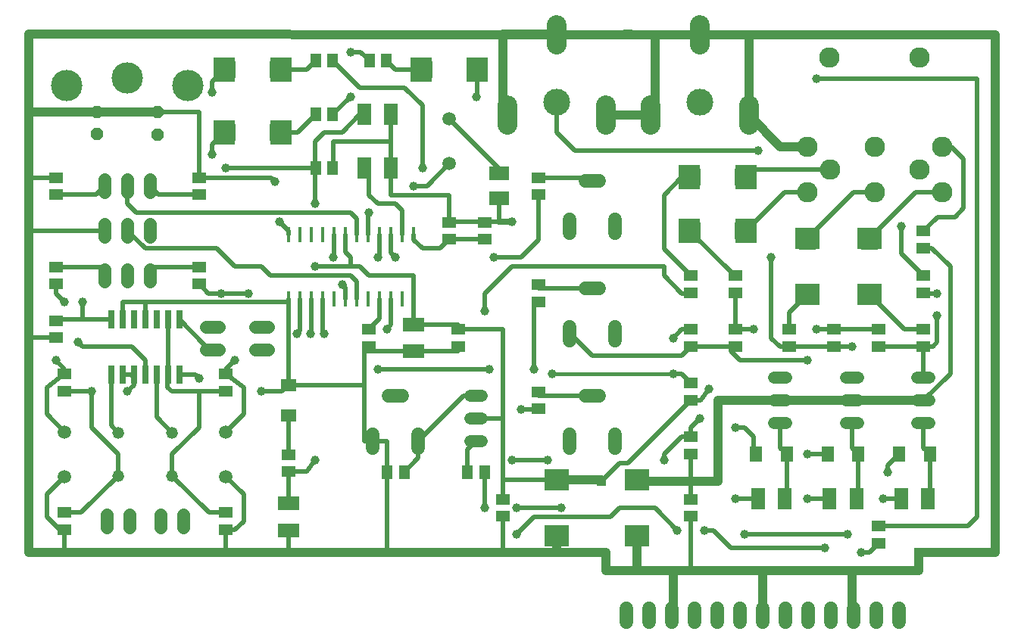
<source format=gtl>
G75*
%MOIN*%
%OFA0B0*%
%FSLAX25Y25*%
%IPPOS*%
%LPD*%
%AMOC8*
5,1,8,0,0,1.08239X$1,22.5*
%
%ADD10C,0.06000*%
%ADD11C,0.05200*%
%ADD12R,0.09449X0.11024*%
%ADD13R,0.05906X0.05118*%
%ADD14R,0.05512X0.07087*%
%ADD15R,0.07087X0.05512*%
%ADD16R,0.06299X0.09449*%
%ADD17R,0.09449X0.06299*%
%ADD18R,0.05118X0.05906*%
%ADD19R,0.11024X0.09449*%
%ADD20C,0.08661*%
%ADD21C,0.11811*%
%ADD22C,0.09000*%
%ADD23R,0.01772X0.07087*%
%ADD24C,0.05200*%
%ADD25C,0.05937*%
%ADD26R,0.02600X0.08000*%
%ADD27C,0.13780*%
%ADD28OC8,0.05600*%
%ADD29C,0.05600*%
%ADD30R,0.05000X0.05000*%
%ADD31R,0.07500X0.05000*%
%ADD32R,0.05000X0.07500*%
%ADD33R,0.08661X0.06299*%
%ADD34C,0.03937*%
%ADD35C,0.01969*%
%ADD36R,0.03962X0.03962*%
%ADD37C,0.03962*%
%ADD38C,0.02756*%
%ADD39C,0.01600*%
D10*
X0156854Y0090862D02*
X0156854Y0096862D01*
X0163854Y0113862D02*
X0169854Y0113862D01*
X0176854Y0096862D02*
X0176854Y0090862D01*
X0243469Y0090862D02*
X0243469Y0096862D01*
X0250469Y0113862D02*
X0256469Y0113862D01*
X0263469Y0096862D02*
X0263469Y0090862D01*
X0263469Y0138106D02*
X0263469Y0144106D01*
X0243469Y0144106D02*
X0243469Y0138106D01*
X0250469Y0161106D02*
X0256469Y0161106D01*
X0263469Y0185350D02*
X0263469Y0191350D01*
X0256469Y0208350D02*
X0250469Y0208350D01*
X0243469Y0191350D02*
X0243469Y0185350D01*
X0268272Y0020248D02*
X0268272Y0014248D01*
X0278272Y0014248D02*
X0278272Y0020248D01*
X0288272Y0020248D02*
X0288272Y0014248D01*
X0298272Y0014248D02*
X0298272Y0020248D01*
X0308272Y0020248D02*
X0308272Y0014248D01*
X0318272Y0014248D02*
X0318272Y0020248D01*
X0328272Y0020248D02*
X0328272Y0014248D01*
X0338272Y0014248D02*
X0338272Y0020248D01*
X0348272Y0020248D02*
X0348272Y0014248D01*
X0358272Y0014248D02*
X0358272Y0020248D01*
X0368272Y0020248D02*
X0368272Y0014248D01*
X0378272Y0014248D02*
X0378272Y0020248D01*
X0388272Y0020248D02*
X0388272Y0014248D01*
D11*
X0396538Y0101736D02*
X0401738Y0101736D01*
X0401738Y0111736D02*
X0396538Y0111736D01*
X0396538Y0121736D02*
X0401738Y0121736D01*
X0370242Y0121736D02*
X0365042Y0121736D01*
X0365042Y0111736D02*
X0370242Y0111736D01*
X0370242Y0101736D02*
X0365042Y0101736D01*
X0338746Y0101736D02*
X0333546Y0101736D01*
X0333546Y0111736D02*
X0338746Y0111736D01*
X0338746Y0121736D02*
X0333546Y0121736D01*
X0204887Y0113862D02*
X0199687Y0113862D01*
X0199687Y0103862D02*
X0204887Y0103862D01*
X0204887Y0093862D02*
X0199687Y0093862D01*
D12*
X0296185Y0186539D03*
X0320988Y0186539D03*
X0320988Y0210161D03*
X0296185Y0210161D03*
X0202878Y0257406D03*
X0178075Y0257406D03*
X0116264Y0257406D03*
X0091461Y0257406D03*
X0091461Y0229846D03*
X0116264Y0229846D03*
D13*
X0080240Y0209965D03*
X0080240Y0202484D03*
X0080240Y0170594D03*
X0080240Y0163114D03*
X0092051Y0123350D03*
X0092051Y0115870D03*
X0119610Y0087917D03*
X0119610Y0080437D03*
X0092051Y0062327D03*
X0092051Y0054846D03*
X0021185Y0054846D03*
X0021185Y0062327D03*
X0021185Y0115870D03*
X0021185Y0123350D03*
X0017248Y0139492D03*
X0017248Y0146972D03*
X0017248Y0163114D03*
X0017248Y0170594D03*
X0017248Y0202484D03*
X0017248Y0209965D03*
X0155043Y0143035D03*
X0155043Y0135555D03*
X0194413Y0135555D03*
X0194413Y0143035D03*
X0229846Y0155240D03*
X0229846Y0162720D03*
X0206224Y0182799D03*
X0206224Y0190280D03*
X0190476Y0190280D03*
X0190476Y0182799D03*
X0229846Y0202484D03*
X0229846Y0209965D03*
X0296776Y0166657D03*
X0296776Y0159177D03*
X0316461Y0159177D03*
X0316461Y0166657D03*
X0316461Y0143035D03*
X0316461Y0135555D03*
X0296776Y0135555D03*
X0296776Y0143035D03*
X0296776Y0119413D03*
X0296776Y0111933D03*
X0296776Y0095791D03*
X0296776Y0088311D03*
X0296776Y0068232D03*
X0296776Y0060752D03*
X0229846Y0107996D03*
X0229846Y0115476D03*
X0214098Y0068232D03*
X0214098Y0060752D03*
X0340083Y0135555D03*
X0340083Y0143035D03*
X0359768Y0143035D03*
X0359768Y0135555D03*
X0379453Y0135555D03*
X0379453Y0143035D03*
X0399138Y0143035D03*
X0399138Y0135555D03*
X0399138Y0159177D03*
X0399138Y0166657D03*
X0399138Y0178862D03*
X0399138Y0186343D03*
X0379453Y0056421D03*
X0379453Y0048941D03*
D14*
X0388508Y0088114D03*
X0401894Y0088114D03*
X0370398Y0088114D03*
X0357012Y0088114D03*
X0338902Y0088114D03*
X0325516Y0088114D03*
D15*
X0119610Y0105043D03*
X0119610Y0118429D03*
D16*
X0153075Y0214098D03*
X0164886Y0214098D03*
X0164886Y0237720D03*
X0153075Y0237720D03*
X0326303Y0068429D03*
X0338114Y0068429D03*
X0357799Y0068429D03*
X0369610Y0068429D03*
X0389295Y0068429D03*
X0401106Y0068429D03*
D17*
X0174728Y0133390D03*
X0174728Y0145201D03*
X0119610Y0066461D03*
X0119610Y0054650D03*
D18*
X0163114Y0080240D03*
X0170594Y0080240D03*
X0198547Y0080240D03*
X0206028Y0080240D03*
X0139098Y0214098D03*
X0131618Y0214098D03*
X0131618Y0237720D03*
X0139098Y0237720D03*
X0139098Y0261343D03*
X0131618Y0261343D03*
X0155240Y0261343D03*
X0162720Y0261343D03*
D19*
X0347957Y0183193D03*
X0375516Y0183193D03*
X0375516Y0158390D03*
X0347957Y0158390D03*
X0273154Y0076894D03*
X0273154Y0052091D03*
X0237720Y0052091D03*
X0237720Y0076894D03*
D20*
X0216067Y0233075D02*
X0216067Y0241736D01*
X0237720Y0268508D02*
X0237720Y0277169D01*
X0259374Y0241736D02*
X0259374Y0233075D01*
X0279059Y0233075D02*
X0279059Y0241736D01*
X0300713Y0268508D02*
X0300713Y0277169D01*
X0322366Y0241736D02*
X0322366Y0233075D01*
D21*
X0300713Y0243311D03*
X0237720Y0243311D03*
D22*
X0348193Y0223547D03*
X0357917Y0213587D03*
X0348193Y0203547D03*
X0377642Y0203508D03*
X0397287Y0213626D03*
X0407287Y0223547D03*
X0407287Y0203547D03*
X0377642Y0223508D03*
X0397287Y0262847D03*
X0357878Y0262847D03*
D23*
X0174728Y0184965D03*
X0169728Y0184965D03*
X0164728Y0184965D03*
X0159728Y0184965D03*
X0154728Y0184965D03*
X0149728Y0184965D03*
X0144728Y0184965D03*
X0139728Y0184965D03*
X0134728Y0184965D03*
X0129728Y0184965D03*
X0124728Y0184965D03*
X0119728Y0184965D03*
X0119728Y0156618D03*
X0124728Y0156618D03*
X0129728Y0156618D03*
X0134728Y0156618D03*
X0139728Y0156618D03*
X0144728Y0156618D03*
X0149728Y0156618D03*
X0154728Y0156618D03*
X0159728Y0156618D03*
X0164728Y0156618D03*
X0169728Y0156618D03*
X0174728Y0156618D03*
D24*
X0068429Y0097614D03*
X0044807Y0097614D03*
X0044807Y0078614D03*
X0068429Y0078614D03*
D25*
X0092051Y0078272D03*
X0092051Y0097957D03*
X0021185Y0097957D03*
X0021185Y0078272D03*
X0190476Y0216067D03*
X0190476Y0235752D03*
D26*
X0071618Y0147458D03*
X0066618Y0147458D03*
X0061618Y0147458D03*
X0056618Y0147458D03*
X0051618Y0147458D03*
X0046618Y0147458D03*
X0041618Y0147458D03*
X0041618Y0123258D03*
X0046618Y0123258D03*
X0051618Y0123258D03*
X0056618Y0123258D03*
X0061618Y0123258D03*
X0066618Y0123258D03*
X0071618Y0123258D03*
D27*
X0075516Y0250516D03*
X0048744Y0253665D03*
X0022169Y0250516D03*
D28*
X0035358Y0238705D03*
X0035358Y0229059D03*
X0062130Y0228862D03*
X0062130Y0238705D03*
D29*
X0058744Y0209024D02*
X0058744Y0203424D01*
X0048744Y0203424D02*
X0048744Y0209024D01*
X0038744Y0209024D02*
X0038744Y0203424D01*
X0038744Y0189339D02*
X0038744Y0183739D01*
X0048744Y0183739D02*
X0048744Y0189339D01*
X0058744Y0189339D02*
X0058744Y0183739D01*
X0058744Y0169654D02*
X0058744Y0164054D01*
X0048744Y0164054D02*
X0048744Y0169654D01*
X0038744Y0169654D02*
X0038744Y0164054D01*
X0083346Y0144295D02*
X0088946Y0144295D01*
X0088946Y0134295D02*
X0083346Y0134295D01*
X0104999Y0134295D02*
X0110599Y0134295D01*
X0110599Y0144295D02*
X0104999Y0144295D01*
X0073429Y0061387D02*
X0073429Y0055787D01*
X0063429Y0055787D02*
X0063429Y0061387D01*
X0049807Y0061387D02*
X0049807Y0055787D01*
X0039807Y0055787D02*
X0039807Y0061387D01*
D30*
X0119610Y0066461D03*
X0119610Y0054650D03*
X0174728Y0133390D03*
X0174728Y0145201D03*
X0164886Y0214098D03*
X0153075Y0214098D03*
X0153075Y0237720D03*
X0164886Y0237720D03*
X0180634Y0257406D03*
X0200319Y0257406D03*
X0113705Y0257406D03*
X0094020Y0257406D03*
X0094020Y0229846D03*
X0113705Y0229846D03*
X0298744Y0210161D03*
X0318429Y0210161D03*
X0318429Y0186539D03*
X0298744Y0186539D03*
X0347957Y0180634D03*
X0347957Y0160949D03*
X0375516Y0160949D03*
X0375516Y0180634D03*
X0273154Y0074335D03*
X0273154Y0054650D03*
X0237720Y0054650D03*
X0237720Y0074335D03*
X0326303Y0068429D03*
X0338114Y0068429D03*
X0357799Y0068429D03*
X0369610Y0068429D03*
X0389295Y0068429D03*
X0401106Y0068429D03*
D31*
X0273154Y0074335D03*
X0273154Y0054650D03*
X0237720Y0054650D03*
X0237720Y0074335D03*
X0174728Y0133390D03*
X0174728Y0145201D03*
X0119610Y0066461D03*
X0119610Y0054650D03*
X0347957Y0160949D03*
X0347957Y0180634D03*
X0375516Y0180634D03*
X0375516Y0160949D03*
D32*
X0318429Y0186539D03*
X0298744Y0186539D03*
X0298744Y0210161D03*
X0318429Y0210161D03*
X0200319Y0257406D03*
X0180634Y0257406D03*
X0164886Y0237720D03*
X0153075Y0237720D03*
X0153075Y0214098D03*
X0164886Y0214098D03*
X0113705Y0229846D03*
X0094020Y0229846D03*
X0094020Y0257406D03*
X0113705Y0257406D03*
X0326303Y0068429D03*
X0338114Y0068429D03*
X0357799Y0068429D03*
X0369610Y0068429D03*
X0389295Y0068429D03*
X0401106Y0068429D03*
D33*
X0212327Y0200909D03*
X0212327Y0211933D03*
D34*
X0005437Y0111736D02*
X0005437Y0044807D01*
X0021185Y0044807D01*
X0092051Y0044807D01*
X0111736Y0044807D01*
X0119610Y0044807D01*
X0162917Y0044807D01*
X0214098Y0044807D01*
X0225909Y0044807D01*
X0237720Y0044807D01*
X0237720Y0052091D01*
X0237720Y0044807D02*
X0259374Y0044807D01*
X0259374Y0036933D01*
X0273154Y0036933D01*
X0273154Y0052091D01*
X0273154Y0036933D02*
X0288902Y0036933D01*
X0296776Y0036933D01*
X0328272Y0036933D01*
X0367642Y0036933D01*
X0397169Y0036933D01*
X0397169Y0044807D01*
X0430634Y0044807D01*
X0430634Y0158980D01*
X0430634Y0272839D01*
X0322366Y0272839D01*
X0322366Y0237406D01*
X0336224Y0223547D01*
X0348193Y0223547D01*
X0281028Y0237406D02*
X0281028Y0272839D01*
X0237720Y0272839D01*
X0237720Y0273154D01*
X0214098Y0273154D01*
X0214098Y0237720D01*
X0259374Y0237406D02*
X0279059Y0237406D01*
X0281028Y0237406D01*
X0281028Y0272839D02*
X0300713Y0272839D01*
X0322366Y0272839D01*
X0237720Y0272839D02*
X0005437Y0273154D01*
X0005437Y0238705D01*
X0005437Y0209965D01*
X0005437Y0186539D01*
X0005437Y0158980D01*
X0005437Y0139295D01*
X0005437Y0111736D01*
X0139098Y0214098D02*
X0139295Y0214098D01*
X0062130Y0238705D02*
X0035358Y0238705D01*
X0005437Y0238705D01*
X0162917Y0080240D02*
X0163114Y0080240D01*
X0237720Y0076894D02*
X0257406Y0076894D01*
X0257406Y0076303D01*
X0273154Y0076303D02*
X0275122Y0076303D01*
X0284965Y0076303D01*
X0296776Y0076303D01*
X0308587Y0076303D01*
X0308587Y0111736D01*
X0336146Y0111736D01*
X0367642Y0111736D01*
X0399138Y0111736D01*
X0367642Y0036933D02*
X0367642Y0017248D01*
X0368272Y0017248D01*
X0328272Y0017248D02*
X0328272Y0036933D01*
X0288902Y0036933D02*
X0288902Y0017248D01*
X0288272Y0017248D01*
D35*
X0296776Y0036933D02*
X0296776Y0060752D01*
X0302681Y0054650D02*
X0306618Y0054650D01*
X0314492Y0046776D01*
X0355831Y0046776D01*
X0365673Y0052681D02*
X0320398Y0052681D01*
X0316461Y0068429D02*
X0326303Y0068429D01*
X0338114Y0068429D02*
X0338902Y0069217D01*
X0338902Y0088114D01*
X0336146Y0090870D01*
X0336146Y0101736D01*
X0324335Y0095988D02*
X0320398Y0099925D01*
X0316461Y0099925D01*
X0324335Y0095988D02*
X0324335Y0089295D01*
X0325516Y0088114D01*
X0347957Y0088114D02*
X0357012Y0088114D01*
X0367642Y0090870D02*
X0370398Y0088114D01*
X0370398Y0069217D01*
X0369610Y0068429D01*
X0357799Y0068429D02*
X0347957Y0068429D01*
X0367642Y0090870D02*
X0367642Y0101736D01*
X0383390Y0082996D02*
X0388508Y0088114D01*
X0383390Y0082996D02*
X0383390Y0080240D01*
X0381421Y0068429D02*
X0389295Y0068429D01*
X0401106Y0068429D02*
X0401894Y0069217D01*
X0401894Y0088114D01*
X0399138Y0090870D01*
X0399138Y0101736D01*
X0399138Y0111736D02*
X0410949Y0123547D01*
X0410949Y0170791D01*
X0402878Y0178862D01*
X0399138Y0178862D01*
X0399335Y0178665D01*
X0389295Y0176500D02*
X0389295Y0188508D01*
X0399138Y0186343D02*
X0405240Y0192445D01*
X0412917Y0192445D01*
X0416854Y0196382D01*
X0416854Y0218035D01*
X0411343Y0223547D01*
X0407287Y0223547D01*
X0407287Y0203547D02*
X0395870Y0203547D01*
X0375516Y0183193D01*
X0389295Y0176500D02*
X0399138Y0166657D01*
X0399138Y0159177D02*
X0399335Y0158980D01*
X0405043Y0158980D01*
X0405043Y0149138D02*
X0405043Y0137327D01*
X0403272Y0135555D01*
X0399138Y0135555D01*
X0399138Y0121736D01*
X0399138Y0135555D02*
X0379453Y0135555D01*
X0379453Y0143035D02*
X0359768Y0143035D01*
X0359571Y0143232D01*
X0351894Y0143232D01*
X0359768Y0135555D02*
X0340083Y0135555D01*
X0335949Y0135555D01*
X0332209Y0139295D01*
X0332209Y0174728D01*
X0347957Y0183193D02*
X0368272Y0203508D01*
X0377642Y0203508D01*
X0357917Y0213587D02*
X0324413Y0213587D01*
X0320988Y0210161D01*
X0326303Y0221972D02*
X0245594Y0221972D01*
X0237720Y0229846D01*
X0237720Y0243311D01*
X0216067Y0237406D02*
X0214098Y0237406D01*
X0202878Y0246185D02*
X0202878Y0257406D01*
X0202878Y0246185D02*
X0202287Y0245594D01*
X0190476Y0235752D02*
X0212327Y0213902D01*
X0212327Y0211933D01*
X0212327Y0200909D02*
X0212327Y0190476D01*
X0190476Y0190476D01*
X0190476Y0202287D01*
X0164886Y0202287D01*
X0164886Y0214098D01*
X0164886Y0225909D01*
X0139295Y0225909D01*
X0139295Y0214098D01*
X0131618Y0214098D02*
X0131421Y0213902D01*
X0131421Y0198350D01*
X0147169Y0194413D02*
X0149728Y0191854D01*
X0149728Y0184965D01*
X0144728Y0184965D02*
X0144728Y0177169D01*
X0147169Y0174728D01*
X0147169Y0170791D01*
X0151106Y0170791D01*
X0155043Y0166854D01*
X0174728Y0166854D01*
X0174728Y0156618D01*
X0174728Y0145201D01*
X0194413Y0145201D01*
X0194413Y0143035D01*
X0214098Y0143035D01*
X0214098Y0103862D01*
X0214098Y0076894D01*
X0214098Y0068232D01*
X0220004Y0064492D02*
X0239689Y0064492D01*
X0227878Y0060555D02*
X0261343Y0060555D01*
X0265280Y0064492D01*
X0281028Y0064492D01*
X0290870Y0054650D01*
X0296776Y0068232D02*
X0296776Y0076303D01*
X0296776Y0088311D01*
X0296776Y0095791D02*
X0296579Y0095988D01*
X0292839Y0095988D01*
X0284965Y0088114D01*
X0284965Y0085358D01*
X0273154Y0088114D02*
X0269217Y0084177D01*
X0265280Y0084177D01*
X0257406Y0076303D01*
X0273154Y0088114D02*
X0273154Y0088311D01*
X0296776Y0111933D01*
X0300909Y0111933D01*
X0304650Y0116854D01*
X0296776Y0119413D02*
X0292642Y0123547D01*
X0288902Y0123547D01*
X0292642Y0131421D02*
X0253469Y0131421D01*
X0243783Y0141106D01*
X0243469Y0141106D01*
X0229846Y0155240D02*
X0227878Y0153272D01*
X0227878Y0125516D01*
X0229846Y0115476D02*
X0229846Y0113862D01*
X0253469Y0113862D01*
X0229846Y0107996D02*
X0229650Y0107799D01*
X0221972Y0107799D01*
X0214098Y0103862D02*
X0202287Y0103862D01*
X0202287Y0093862D02*
X0198547Y0090122D01*
X0198547Y0080240D01*
X0206028Y0080240D02*
X0206224Y0080043D01*
X0206224Y0064492D01*
X0214098Y0060752D02*
X0214098Y0044807D01*
X0220004Y0052681D02*
X0227878Y0060555D01*
X0237720Y0076894D02*
X0214098Y0076894D01*
X0218035Y0085358D02*
X0233783Y0085358D01*
X0202287Y0113862D02*
X0196854Y0113862D01*
X0176854Y0093862D01*
X0176854Y0086500D01*
X0170594Y0080240D01*
X0163114Y0080240D02*
X0163114Y0093862D01*
X0156854Y0093862D01*
X0152917Y0093862D01*
X0152917Y0118429D01*
X0119610Y0118429D01*
X0116854Y0115673D01*
X0107799Y0115673D01*
X0099925Y0117642D02*
X0092051Y0123350D01*
X0092051Y0125516D01*
X0095988Y0129453D01*
X0092248Y0123547D02*
X0092051Y0123350D01*
X0099925Y0117642D02*
X0099925Y0105831D01*
X0092051Y0097957D01*
X0080240Y0099925D02*
X0080240Y0115870D01*
X0068232Y0115870D01*
X0066461Y0117642D01*
X0066461Y0123101D01*
X0066618Y0123258D01*
X0066618Y0147458D01*
X0071618Y0147458D02*
X0082813Y0136264D01*
X0086146Y0134295D01*
X0078561Y0123258D02*
X0071618Y0123258D01*
X0078561Y0123258D02*
X0080240Y0121579D01*
X0080240Y0115870D02*
X0092051Y0115870D01*
X0080240Y0099925D02*
X0068429Y0088114D01*
X0068429Y0078614D01*
X0084717Y0062327D01*
X0092051Y0062327D01*
X0096185Y0054846D02*
X0099925Y0058587D01*
X0099925Y0070398D01*
X0092051Y0078272D01*
X0119610Y0080437D02*
X0119610Y0066461D01*
X0119610Y0054650D02*
X0119610Y0044807D01*
X0096185Y0054846D02*
X0092051Y0054846D01*
X0092051Y0044807D01*
X0044807Y0078614D02*
X0044807Y0088114D01*
X0032996Y0099925D01*
X0032996Y0115870D01*
X0021185Y0115870D01*
X0021185Y0123350D02*
X0013311Y0117642D01*
X0013311Y0105831D01*
X0021185Y0097957D01*
X0041618Y0100803D02*
X0044807Y0097614D01*
X0041618Y0100803D02*
X0041618Y0123258D01*
X0046618Y0123258D02*
X0046776Y0123101D01*
X0046618Y0123258D02*
X0051618Y0123258D01*
X0051618Y0118547D01*
X0048744Y0115673D01*
X0050713Y0122353D02*
X0051618Y0123258D01*
X0056618Y0123258D02*
X0056618Y0129453D01*
X0050713Y0135358D01*
X0029059Y0135358D01*
X0027091Y0137327D01*
X0017248Y0139492D02*
X0005634Y0139492D01*
X0005437Y0139295D01*
X0005437Y0139492D01*
X0017248Y0146972D02*
X0017734Y0147458D01*
X0029059Y0147458D01*
X0029059Y0155043D01*
X0021185Y0155043D02*
X0017248Y0158980D01*
X0017248Y0163114D01*
X0017248Y0170594D02*
X0038744Y0170594D01*
X0038744Y0166854D01*
X0046618Y0155043D02*
X0046618Y0147458D01*
X0041618Y0147458D02*
X0029059Y0147458D01*
X0046618Y0155043D02*
X0056618Y0155043D01*
X0056618Y0147458D01*
X0056618Y0155043D02*
X0119610Y0155043D01*
X0119610Y0118429D01*
X0119610Y0105043D02*
X0119610Y0087917D01*
X0119610Y0080437D02*
X0127681Y0080437D01*
X0131421Y0085358D01*
X0162917Y0080240D02*
X0162917Y0044807D01*
X0068429Y0097614D02*
X0061618Y0104425D01*
X0061618Y0123258D01*
X0021185Y0123350D02*
X0021185Y0125516D01*
X0017248Y0129453D01*
X0021185Y0123547D02*
X0021185Y0123350D01*
X0058744Y0166854D02*
X0058744Y0170594D01*
X0080240Y0170594D01*
X0088114Y0178665D02*
X0095988Y0170791D01*
X0107799Y0170791D01*
X0111736Y0166854D01*
X0147169Y0166854D01*
X0149728Y0164295D01*
X0149728Y0156618D01*
X0144728Y0156618D02*
X0144728Y0161421D01*
X0143232Y0162917D01*
X0134728Y0156618D02*
X0134728Y0141894D01*
X0135358Y0141264D01*
X0129728Y0141539D02*
X0129728Y0156618D01*
X0124728Y0156618D02*
X0124728Y0142445D01*
X0123547Y0141264D01*
X0129453Y0141264D02*
X0129728Y0141539D01*
X0119610Y0155043D02*
X0119610Y0156618D01*
X0119728Y0156618D01*
X0101894Y0158980D02*
X0090083Y0158980D01*
X0084374Y0158980D01*
X0080240Y0163114D01*
X0088114Y0178665D02*
X0056618Y0178665D01*
X0048744Y0186539D01*
X0052681Y0194413D02*
X0147169Y0194413D01*
X0154728Y0194098D02*
X0154728Y0184965D01*
X0159728Y0184965D02*
X0159728Y0175476D01*
X0158980Y0174728D01*
X0164728Y0176854D02*
X0164728Y0184965D01*
X0169728Y0184965D02*
X0169728Y0195476D01*
X0166854Y0198350D01*
X0158980Y0198350D01*
X0155043Y0202287D01*
X0155043Y0212130D01*
X0153075Y0214098D01*
X0164886Y0225909D02*
X0164886Y0237720D01*
X0153075Y0237720D02*
X0151106Y0237720D01*
X0143232Y0229846D01*
X0135358Y0229846D01*
X0131421Y0225909D01*
X0131421Y0214295D01*
X0131618Y0214098D01*
X0092051Y0214098D01*
X0086146Y0220004D02*
X0086146Y0224531D01*
X0091461Y0229846D01*
X0080240Y0238705D02*
X0080240Y0209965D01*
X0111933Y0209965D01*
X0113705Y0208193D01*
X0115673Y0190476D02*
X0119728Y0186421D01*
X0119728Y0184965D01*
X0139295Y0174728D02*
X0139728Y0175161D01*
X0139728Y0184965D01*
X0154728Y0194098D02*
X0155043Y0194413D01*
X0174728Y0184965D02*
X0174728Y0182602D01*
X0178665Y0178665D01*
X0186343Y0178665D01*
X0190476Y0182799D01*
X0206224Y0182799D01*
X0210161Y0174728D02*
X0221972Y0174728D01*
X0229846Y0182602D01*
X0229846Y0202484D01*
X0229846Y0209965D02*
X0251854Y0209965D01*
X0253469Y0208350D01*
X0284965Y0202287D02*
X0292839Y0210161D01*
X0296185Y0210161D01*
X0284965Y0202287D02*
X0284965Y0178469D01*
X0296776Y0166657D01*
X0296776Y0159177D02*
X0296579Y0158980D01*
X0292839Y0158980D01*
X0285161Y0166657D01*
X0285161Y0170791D01*
X0218035Y0170791D01*
X0206224Y0158980D01*
X0206224Y0151106D01*
X0229846Y0161106D02*
X0229846Y0162720D01*
X0229846Y0161106D02*
X0253469Y0161106D01*
X0288902Y0139295D02*
X0292642Y0143035D01*
X0296776Y0143035D01*
X0296776Y0135555D02*
X0292642Y0131421D01*
X0296776Y0135555D02*
X0314492Y0135555D01*
X0314492Y0133390D01*
X0318429Y0129453D01*
X0347957Y0129453D01*
X0359768Y0135555D02*
X0367445Y0135555D01*
X0367642Y0135358D01*
X0375516Y0158390D02*
X0390870Y0143035D01*
X0399138Y0143035D01*
X0347957Y0158390D02*
X0340083Y0150516D01*
X0340083Y0143035D01*
X0324335Y0143232D02*
X0324138Y0143035D01*
X0316461Y0143035D01*
X0316461Y0159177D01*
X0316461Y0166657D02*
X0316067Y0166657D01*
X0296185Y0186539D01*
X0320988Y0186539D02*
X0337996Y0203547D01*
X0348193Y0203547D01*
X0351894Y0253469D02*
X0422760Y0253469D01*
X0422760Y0060555D01*
X0418823Y0056618D01*
X0379650Y0056618D01*
X0379453Y0056421D01*
X0379453Y0048941D02*
X0375319Y0044807D01*
X0371579Y0044807D01*
X0296776Y0095791D02*
X0296776Y0099925D01*
X0300713Y0103862D01*
X0314492Y0135555D02*
X0316461Y0135555D01*
X0208193Y0125516D02*
X0158980Y0125516D01*
X0152917Y0118429D02*
X0152917Y0133390D01*
X0155043Y0133390D01*
X0155043Y0135555D01*
X0155043Y0133390D02*
X0174728Y0133390D01*
X0194413Y0133390D01*
X0194413Y0135555D01*
X0164728Y0145043D02*
X0164728Y0156618D01*
X0159728Y0156618D02*
X0159728Y0147720D01*
X0155043Y0143035D01*
X0162917Y0143232D02*
X0164728Y0145043D01*
X0147169Y0170791D02*
X0131421Y0170791D01*
X0164728Y0176854D02*
X0166854Y0174728D01*
X0174728Y0206224D02*
X0180634Y0206224D01*
X0190476Y0216067D01*
X0178665Y0214098D02*
X0178665Y0241657D01*
X0170791Y0249531D01*
X0150909Y0249531D01*
X0139098Y0261343D01*
X0131618Y0261343D02*
X0127681Y0257406D01*
X0116264Y0257406D01*
X0091461Y0257406D02*
X0086146Y0252091D01*
X0086146Y0247563D01*
X0080240Y0238705D02*
X0062130Y0238705D01*
X0058744Y0206224D02*
X0062484Y0202484D01*
X0080240Y0202484D01*
X0052681Y0194413D02*
X0048744Y0198350D01*
X0048744Y0206224D01*
X0038744Y0206224D02*
X0035004Y0202484D01*
X0017248Y0202484D01*
X0017248Y0209965D02*
X0005437Y0209965D01*
X0005437Y0186539D02*
X0038744Y0186539D01*
X0116264Y0229846D02*
X0123744Y0229846D01*
X0131618Y0237720D01*
X0139098Y0237720D02*
X0146972Y0245594D01*
X0147169Y0245594D01*
X0155240Y0261343D02*
X0151303Y0265280D01*
X0147169Y0265280D01*
X0162720Y0261343D02*
X0166657Y0257406D01*
X0178075Y0257406D01*
X0044807Y0078614D02*
X0028520Y0062327D01*
X0021185Y0062327D01*
X0019020Y0054846D02*
X0013311Y0060555D01*
X0013311Y0070398D01*
X0021185Y0078272D01*
X0021185Y0054846D02*
X0019020Y0054846D01*
X0021185Y0054846D02*
X0021185Y0044807D01*
D36*
X0111736Y0044807D03*
X0005437Y0111736D03*
X0005437Y0158980D03*
X0115673Y0273154D03*
X0269217Y0273154D03*
X0430634Y0158980D03*
X0284965Y0076303D03*
X0257406Y0076303D03*
X0225909Y0044807D03*
X0397169Y0044807D03*
D37*
X0371579Y0044807D03*
X0365673Y0052681D03*
X0355831Y0046776D03*
X0347957Y0068429D03*
X0347957Y0088114D03*
X0316461Y0099925D03*
X0300713Y0103862D03*
X0304650Y0116854D03*
X0288902Y0123547D03*
X0288902Y0139295D03*
X0324335Y0143232D03*
X0347957Y0129453D03*
X0351894Y0143232D03*
X0367642Y0135358D03*
X0405043Y0149138D03*
X0405043Y0158980D03*
X0389295Y0188508D03*
X0332209Y0174728D03*
X0326303Y0221972D03*
X0351894Y0253469D03*
X0218035Y0190476D03*
X0210161Y0174728D03*
X0206224Y0151106D03*
X0208193Y0125516D03*
X0227878Y0125516D03*
X0235752Y0123547D03*
X0221972Y0107799D03*
X0218035Y0085358D03*
X0233783Y0085358D03*
X0239689Y0064492D03*
X0220004Y0064492D03*
X0220004Y0052681D03*
X0206224Y0064492D03*
X0131421Y0085358D03*
X0107799Y0115673D03*
X0095988Y0129453D03*
X0080240Y0121579D03*
X0048744Y0115673D03*
X0032996Y0115870D03*
X0017248Y0129453D03*
X0027091Y0137327D03*
X0029059Y0155043D03*
X0021185Y0155043D03*
X0090083Y0158980D03*
X0101894Y0158980D03*
X0123547Y0141264D03*
X0129453Y0141264D03*
X0135358Y0141264D03*
X0158980Y0125516D03*
X0162917Y0143232D03*
X0143232Y0162917D03*
X0131421Y0170791D03*
X0139295Y0174728D03*
X0158980Y0174728D03*
X0166854Y0174728D03*
X0155043Y0194413D03*
X0174728Y0206224D03*
X0178665Y0214098D03*
X0202287Y0245594D03*
X0147169Y0245594D03*
X0147169Y0265280D03*
X0086146Y0247563D03*
X0086146Y0220004D03*
X0092051Y0214098D03*
X0113705Y0208193D03*
X0131421Y0198350D03*
X0115673Y0190476D03*
X0284965Y0085358D03*
X0316461Y0068429D03*
X0320398Y0052681D03*
X0302681Y0054650D03*
X0290870Y0054650D03*
X0381421Y0068429D03*
X0383390Y0080240D03*
D38*
X0218035Y0190476D02*
X0212327Y0190476D01*
D39*
X0206224Y0190476D01*
X0206224Y0190280D01*
X0190476Y0190280D02*
X0190476Y0190476D01*
X0214098Y0237406D02*
X0214098Y0237720D01*
X0235752Y0123547D02*
X0288902Y0123547D01*
X0275122Y0076894D02*
X0273154Y0076894D01*
X0275122Y0076894D02*
X0275122Y0076303D01*
M02*

</source>
